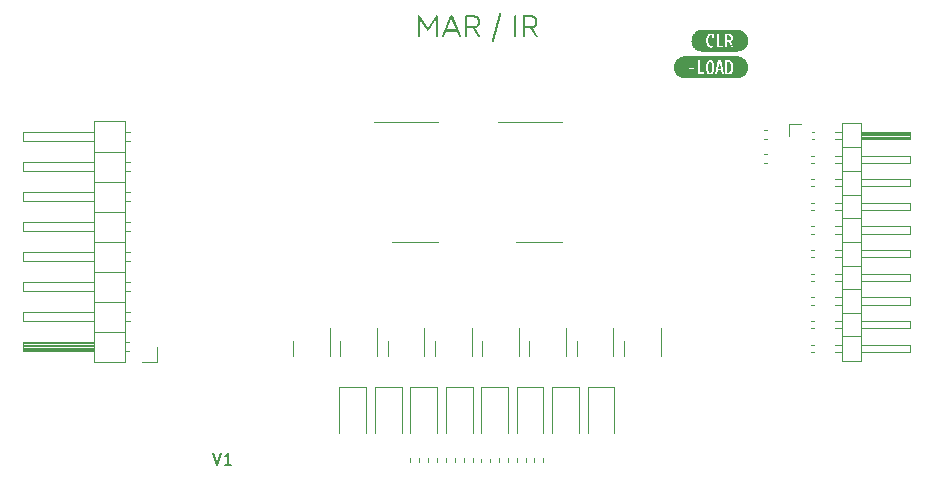
<source format=gbr>
%TF.GenerationSoftware,KiCad,Pcbnew,7.0.7*%
%TF.CreationDate,2024-01-06T16:12:51-06:00*%
%TF.ProjectId,MAR,4d41522e-6b69-4636-9164-5f7063625858,rev?*%
%TF.SameCoordinates,Original*%
%TF.FileFunction,Legend,Top*%
%TF.FilePolarity,Positive*%
%FSLAX46Y46*%
G04 Gerber Fmt 4.6, Leading zero omitted, Abs format (unit mm)*
G04 Created by KiCad (PCBNEW 7.0.7) date 2024-01-06 16:12:51*
%MOMM*%
%LPD*%
G01*
G04 APERTURE LIST*
%ADD10C,0.300000*%
%ADD11C,0.150000*%
%ADD12C,0.120000*%
G04 APERTURE END LIST*
D10*
G36*
X115577529Y-74260000D02*
G01*
X115556807Y-74258618D01*
X115534789Y-74253006D01*
X115517089Y-74243076D01*
X115503706Y-74228829D01*
X115494640Y-74210266D01*
X115489891Y-74187384D01*
X115489114Y-74171584D01*
X115489114Y-72512686D01*
X115490495Y-72492078D01*
X115496107Y-72470182D01*
X115506037Y-72452580D01*
X115523651Y-72437124D01*
X115543078Y-72428966D01*
X115566823Y-72425102D01*
X115577529Y-72424759D01*
X115599769Y-72426768D01*
X115620325Y-72432796D01*
X115639199Y-72442842D01*
X115656389Y-72456907D01*
X115669429Y-72471698D01*
X115676692Y-72481912D01*
X116361549Y-73523363D01*
X116321982Y-73529225D01*
X117009281Y-72481912D01*
X117021541Y-72465447D01*
X117038394Y-72449372D01*
X117057582Y-72437317D01*
X117079106Y-72429280D01*
X117098827Y-72425652D01*
X117115771Y-72424759D01*
X117137583Y-72426905D01*
X117158878Y-72435149D01*
X117174850Y-72449574D01*
X117185497Y-72470182D01*
X117190303Y-72492078D01*
X117191486Y-72512686D01*
X117191486Y-74171584D01*
X117190105Y-74192306D01*
X117184492Y-74214324D01*
X117174563Y-74232024D01*
X117160316Y-74245407D01*
X117141752Y-74254474D01*
X117118871Y-74259222D01*
X117103070Y-74260000D01*
X117082462Y-74258618D01*
X117060566Y-74253006D01*
X117042964Y-74243076D01*
X117027508Y-74225462D01*
X117019350Y-74206035D01*
X117015486Y-74182290D01*
X117015143Y-74171584D01*
X117015143Y-72689030D01*
X117068388Y-72707592D01*
X116441172Y-73652323D01*
X116428526Y-73668929D01*
X116414401Y-73682720D01*
X116395499Y-73695554D01*
X116374467Y-73704336D01*
X116355314Y-73708557D01*
X116334682Y-73709965D01*
X116314767Y-73707938D01*
X116296054Y-73701859D01*
X116278543Y-73691727D01*
X116262234Y-73677541D01*
X116249561Y-73662624D01*
X116242358Y-73652323D01*
X115615143Y-72707592D01*
X115665457Y-72724200D01*
X115665457Y-74171584D01*
X115664083Y-74192306D01*
X115658502Y-74214324D01*
X115648627Y-74232024D01*
X115631110Y-74247566D01*
X115611790Y-74255769D01*
X115588177Y-74259654D01*
X115577529Y-74260000D01*
G37*
G36*
X118371997Y-72426815D02*
G01*
X118393750Y-72433501D01*
X118412584Y-72444790D01*
X118428498Y-72460681D01*
X118439529Y-72477439D01*
X118446894Y-72493147D01*
X119135659Y-74135436D01*
X119142605Y-74154990D01*
X119146092Y-74177416D01*
X119143807Y-74197599D01*
X119135750Y-74215541D01*
X119121921Y-74231240D01*
X119102319Y-74244697D01*
X119087788Y-74251695D01*
X119068256Y-74258000D01*
X119045923Y-74260943D01*
X119025905Y-74258400D01*
X119004936Y-74248108D01*
X118990007Y-74233496D01*
X118977392Y-74213399D01*
X118972994Y-74203824D01*
X118799581Y-73788122D01*
X117896371Y-73788122D01*
X117724424Y-74203824D01*
X117715578Y-74222417D01*
X117702309Y-74240592D01*
X117686584Y-74253138D01*
X117664470Y-74260763D01*
X117643340Y-74260925D01*
X117619753Y-74255458D01*
X117609630Y-74251695D01*
X117591129Y-74242185D01*
X117572982Y-74228279D01*
X117560369Y-74212132D01*
X117553290Y-74193742D01*
X117551744Y-74173110D01*
X117555732Y-74150236D01*
X117560781Y-74135436D01*
X117778998Y-73611779D01*
X117968178Y-73611779D01*
X118725331Y-73611779D01*
X118344801Y-72703196D01*
X117968178Y-73611779D01*
X117778998Y-73611779D01*
X118245150Y-72493147D01*
X118255311Y-72473445D01*
X118267475Y-72457083D01*
X118284717Y-72441856D01*
X118304844Y-72431437D01*
X118323821Y-72426428D01*
X118344801Y-72424759D01*
X118351640Y-72424759D01*
X118371997Y-72426815D01*
G37*
G36*
X120276121Y-72425257D02*
G01*
X120305338Y-72426751D01*
X120333640Y-72429241D01*
X120361026Y-72432727D01*
X120387495Y-72437209D01*
X120413049Y-72442688D01*
X120437687Y-72449162D01*
X120461409Y-72456632D01*
X120484216Y-72465099D01*
X120506106Y-72474561D01*
X120527080Y-72485020D01*
X120547139Y-72496475D01*
X120566281Y-72508925D01*
X120584508Y-72522372D01*
X120601819Y-72536815D01*
X120618213Y-72552254D01*
X120633652Y-72568591D01*
X120648095Y-72585852D01*
X120661542Y-72604037D01*
X120673992Y-72623145D01*
X120685447Y-72643177D01*
X120695905Y-72664132D01*
X120705368Y-72686011D01*
X120713834Y-72708813D01*
X120721305Y-72732539D01*
X120727779Y-72757189D01*
X120733257Y-72782762D01*
X120737740Y-72809258D01*
X120741226Y-72836678D01*
X120743716Y-72865022D01*
X120745210Y-72894289D01*
X120745708Y-72924480D01*
X120745708Y-73008499D01*
X120745323Y-73034895D01*
X120744166Y-73060592D01*
X120742239Y-73085590D01*
X120739541Y-73109890D01*
X120736072Y-73133492D01*
X120731832Y-73156396D01*
X120726821Y-73178601D01*
X120721040Y-73200108D01*
X120714487Y-73220916D01*
X120707164Y-73241026D01*
X120699069Y-73260438D01*
X120690204Y-73279151D01*
X120680568Y-73297166D01*
X120670161Y-73314482D01*
X120658983Y-73331100D01*
X120647034Y-73347020D01*
X120634335Y-73362214D01*
X120620908Y-73376657D01*
X120606751Y-73390348D01*
X120591866Y-73403287D01*
X120576251Y-73415475D01*
X120559908Y-73426910D01*
X120542836Y-73437594D01*
X120525035Y-73447526D01*
X120506505Y-73456706D01*
X120487246Y-73465134D01*
X120467258Y-73472811D01*
X120446541Y-73479735D01*
X120425095Y-73485908D01*
X120402921Y-73491329D01*
X120380017Y-73495998D01*
X120356385Y-73499916D01*
X120754012Y-74143740D01*
X120763042Y-74161867D01*
X120769155Y-74183303D01*
X120769520Y-74203379D01*
X120762370Y-74225676D01*
X120750089Y-74242761D01*
X120732059Y-74258486D01*
X120723238Y-74264396D01*
X120703961Y-74273931D01*
X120683086Y-74279179D01*
X120662783Y-74278797D01*
X120656804Y-74277585D01*
X120638123Y-74270172D01*
X120621160Y-74257702D01*
X120607361Y-74242156D01*
X120603070Y-74236064D01*
X120152198Y-73508220D01*
X119678855Y-73508220D01*
X119678855Y-74171584D01*
X119677481Y-74192306D01*
X119671900Y-74214324D01*
X119662025Y-74232024D01*
X119644509Y-74247566D01*
X119625189Y-74255769D01*
X119601575Y-74259654D01*
X119590928Y-74260000D01*
X119570205Y-74258618D01*
X119548188Y-74253006D01*
X119530487Y-74243076D01*
X119517104Y-74228829D01*
X119508038Y-74210266D01*
X119503289Y-74187384D01*
X119502512Y-74171584D01*
X119502512Y-72601102D01*
X119678855Y-72601102D01*
X119678855Y-73331877D01*
X120245987Y-73331877D01*
X120267105Y-73331579D01*
X120287470Y-73330686D01*
X120307084Y-73329198D01*
X120335095Y-73325849D01*
X120361415Y-73321161D01*
X120386043Y-73315133D01*
X120408979Y-73307765D01*
X120430224Y-73299058D01*
X120449777Y-73289012D01*
X120467639Y-73277626D01*
X120483809Y-73264901D01*
X120493649Y-73255673D01*
X120507181Y-73240469D01*
X120519381Y-73223616D01*
X120530250Y-73205115D01*
X120539788Y-73184965D01*
X120547996Y-73163166D01*
X120554872Y-73139719D01*
X120560418Y-73114623D01*
X120564633Y-73087878D01*
X120567516Y-73059485D01*
X120568699Y-73039640D01*
X120569291Y-73019063D01*
X120569365Y-73008499D01*
X120569365Y-72924480D01*
X120569069Y-72903479D01*
X120568182Y-72883218D01*
X120566703Y-72863697D01*
X120563376Y-72835805D01*
X120558717Y-72809579D01*
X120552728Y-72785018D01*
X120545408Y-72762123D01*
X120536757Y-72740894D01*
X120526775Y-72721331D01*
X120515462Y-72703433D01*
X120502818Y-72687202D01*
X120493649Y-72677306D01*
X120478607Y-72663687D01*
X120461873Y-72651408D01*
X120443448Y-72640469D01*
X120423330Y-72630869D01*
X120401522Y-72622609D01*
X120378021Y-72615688D01*
X120352830Y-72610107D01*
X120325946Y-72605865D01*
X120297371Y-72602963D01*
X120277382Y-72601772D01*
X120256640Y-72601176D01*
X120245987Y-72601102D01*
X119678855Y-72601102D01*
X119502512Y-72601102D01*
X119502512Y-72512686D01*
X119503894Y-72492078D01*
X119509506Y-72470182D01*
X119519435Y-72452580D01*
X119537049Y-72437124D01*
X119556477Y-72428966D01*
X119580221Y-72425102D01*
X119590928Y-72424759D01*
X120245987Y-72424759D01*
X120276121Y-72425257D01*
G37*
G36*
X121889253Y-74659092D02*
G01*
X121868503Y-74657550D01*
X121847880Y-74652008D01*
X121830554Y-74642437D01*
X121816525Y-74628836D01*
X121815003Y-74626852D01*
X121805325Y-74609694D01*
X121800227Y-74590460D01*
X121799708Y-74569150D01*
X121803010Y-74548800D01*
X121803768Y-74545764D01*
X122377739Y-72313872D01*
X122384978Y-72294171D01*
X122396656Y-72274937D01*
X122411596Y-72260511D01*
X122429800Y-72250894D01*
X122451267Y-72246086D01*
X122463224Y-72245484D01*
X122485069Y-72246957D01*
X122506486Y-72252246D01*
X122524118Y-72261383D01*
X122539428Y-72276259D01*
X122549444Y-72295231D01*
X122553482Y-72314885D01*
X122552940Y-72337165D01*
X122548709Y-72358813D01*
X121974738Y-74590216D01*
X121968143Y-74610058D01*
X121956923Y-74629430D01*
X121942097Y-74643958D01*
X121923664Y-74653644D01*
X121901625Y-74658487D01*
X121889253Y-74659092D01*
G37*
G36*
X123735241Y-74260000D02*
G01*
X123715396Y-74258565D01*
X123695844Y-74253520D01*
X123677564Y-74243655D01*
X123669783Y-74237041D01*
X123657676Y-74220573D01*
X123650053Y-74200481D01*
X123647026Y-74179297D01*
X123646825Y-74171584D01*
X123646825Y-72512686D01*
X123648260Y-72492292D01*
X123653304Y-72472560D01*
X123663169Y-72454623D01*
X123669783Y-72447229D01*
X123686251Y-72435379D01*
X123706344Y-72427919D01*
X123727527Y-72424956D01*
X123735241Y-72424759D01*
X123755452Y-72426163D01*
X123775124Y-72431100D01*
X123793175Y-72440756D01*
X123800698Y-72447229D01*
X123812547Y-72463067D01*
X123820008Y-72483102D01*
X123822970Y-72504723D01*
X123823168Y-72512686D01*
X123823168Y-74171584D01*
X123821764Y-74191428D01*
X123816826Y-74210980D01*
X123807171Y-74229260D01*
X123800698Y-74237041D01*
X123784650Y-74249148D01*
X123764595Y-74256771D01*
X123743120Y-74259798D01*
X123735241Y-74260000D01*
G37*
G36*
X125139484Y-72425257D02*
G01*
X125168702Y-72426751D01*
X125197003Y-72429241D01*
X125224389Y-72432727D01*
X125250859Y-72437209D01*
X125276413Y-72442688D01*
X125301051Y-72449162D01*
X125324773Y-72456632D01*
X125347579Y-72465099D01*
X125369469Y-72474561D01*
X125390444Y-72485020D01*
X125410502Y-72496475D01*
X125429645Y-72508925D01*
X125447871Y-72522372D01*
X125465182Y-72536815D01*
X125481577Y-72552254D01*
X125497016Y-72568591D01*
X125511458Y-72585852D01*
X125524905Y-72604037D01*
X125537356Y-72623145D01*
X125548810Y-72643177D01*
X125559269Y-72664132D01*
X125568732Y-72686011D01*
X125577198Y-72708813D01*
X125584668Y-72732539D01*
X125591143Y-72757189D01*
X125596621Y-72782762D01*
X125601103Y-72809258D01*
X125604589Y-72836678D01*
X125607080Y-72865022D01*
X125608574Y-72894289D01*
X125609072Y-72924480D01*
X125609072Y-73008499D01*
X125608686Y-73034895D01*
X125607530Y-73060592D01*
X125605603Y-73085590D01*
X125602905Y-73109890D01*
X125599436Y-73133492D01*
X125595196Y-73156396D01*
X125590185Y-73178601D01*
X125584403Y-73200108D01*
X125577851Y-73220916D01*
X125570527Y-73241026D01*
X125562433Y-73260438D01*
X125553567Y-73279151D01*
X125543931Y-73297166D01*
X125533524Y-73314482D01*
X125522346Y-73331100D01*
X125510398Y-73347020D01*
X125497699Y-73362214D01*
X125484271Y-73376657D01*
X125470115Y-73390348D01*
X125455229Y-73403287D01*
X125439615Y-73415475D01*
X125423272Y-73426910D01*
X125406199Y-73437594D01*
X125388398Y-73447526D01*
X125369868Y-73456706D01*
X125350609Y-73465134D01*
X125330621Y-73472811D01*
X125309905Y-73479735D01*
X125288459Y-73485908D01*
X125266284Y-73491329D01*
X125243381Y-73495998D01*
X125219749Y-73499916D01*
X125617376Y-74143740D01*
X125626405Y-74161867D01*
X125632519Y-74183303D01*
X125632883Y-74203379D01*
X125625734Y-74225676D01*
X125613452Y-74242761D01*
X125595423Y-74258486D01*
X125586601Y-74264396D01*
X125567324Y-74273931D01*
X125546449Y-74279179D01*
X125526146Y-74278797D01*
X125520167Y-74277585D01*
X125501487Y-74270172D01*
X125484523Y-74257702D01*
X125470724Y-74242156D01*
X125466434Y-74236064D01*
X125015562Y-73508220D01*
X124542219Y-73508220D01*
X124542219Y-74171584D01*
X124540845Y-74192306D01*
X124535264Y-74214324D01*
X124525389Y-74232024D01*
X124507872Y-74247566D01*
X124488552Y-74255769D01*
X124464939Y-74259654D01*
X124454291Y-74260000D01*
X124433569Y-74258618D01*
X124411551Y-74253006D01*
X124393851Y-74243076D01*
X124380468Y-74228829D01*
X124371402Y-74210266D01*
X124366653Y-74187384D01*
X124365876Y-74171584D01*
X124365876Y-72601102D01*
X124542219Y-72601102D01*
X124542219Y-73331877D01*
X125109351Y-73331877D01*
X125130468Y-73331579D01*
X125150834Y-73330686D01*
X125170448Y-73329198D01*
X125198459Y-73325849D01*
X125224778Y-73321161D01*
X125249406Y-73315133D01*
X125272343Y-73307765D01*
X125293588Y-73299058D01*
X125313141Y-73289012D01*
X125331003Y-73277626D01*
X125347173Y-73264901D01*
X125357013Y-73255673D01*
X125370544Y-73240469D01*
X125382744Y-73223616D01*
X125393614Y-73205115D01*
X125403152Y-73184965D01*
X125411359Y-73163166D01*
X125418236Y-73139719D01*
X125423782Y-73114623D01*
X125427996Y-73087878D01*
X125430880Y-73059485D01*
X125432063Y-73039640D01*
X125432654Y-73019063D01*
X125432728Y-73008499D01*
X125432728Y-72924480D01*
X125432433Y-72903479D01*
X125431545Y-72883218D01*
X125430066Y-72863697D01*
X125426739Y-72835805D01*
X125422081Y-72809579D01*
X125416092Y-72785018D01*
X125408772Y-72762123D01*
X125400120Y-72740894D01*
X125390138Y-72721331D01*
X125378826Y-72703433D01*
X125366182Y-72687202D01*
X125357013Y-72677306D01*
X125341971Y-72663687D01*
X125325237Y-72651408D01*
X125306811Y-72640469D01*
X125286694Y-72630869D01*
X125264885Y-72622609D01*
X125241385Y-72615688D01*
X125216193Y-72610107D01*
X125189310Y-72605865D01*
X125160735Y-72602963D01*
X125140745Y-72601772D01*
X125120004Y-72601176D01*
X125109351Y-72601102D01*
X124542219Y-72601102D01*
X124365876Y-72601102D01*
X124365876Y-72512686D01*
X124367257Y-72492078D01*
X124372869Y-72470182D01*
X124382799Y-72452580D01*
X124400413Y-72437124D01*
X124419840Y-72428966D01*
X124443585Y-72425102D01*
X124454291Y-72424759D01*
X125109351Y-72424759D01*
X125139484Y-72425257D01*
G37*
D11*
X98193922Y-109469819D02*
X98527255Y-110469819D01*
X98527255Y-110469819D02*
X98860588Y-109469819D01*
X99717731Y-110469819D02*
X99146303Y-110469819D01*
X99432017Y-110469819D02*
X99432017Y-109469819D01*
X99432017Y-109469819D02*
X99336779Y-109612676D01*
X99336779Y-109612676D02*
X99241541Y-109707914D01*
X99241541Y-109707914D02*
X99146303Y-109755533D01*
D12*
%TO.C,Q3*%
X128060000Y-100600000D02*
X128060000Y-98925000D01*
X128060000Y-100600000D02*
X128060000Y-101250000D01*
X124940000Y-100600000D02*
X124940000Y-99950000D01*
X124940000Y-100600000D02*
X124940000Y-101250000D01*
%TO.C,D4*%
X123135000Y-103915000D02*
X120865000Y-103915000D01*
X120865000Y-103915000D02*
X120865000Y-107800000D01*
X123135000Y-107800000D02*
X123135000Y-103915000D01*
%TO.C,Q6*%
X116060000Y-100600000D02*
X116060000Y-98925000D01*
X116060000Y-100600000D02*
X116060000Y-101250000D01*
X112940000Y-100600000D02*
X112940000Y-99950000D01*
X112940000Y-100600000D02*
X112940000Y-101250000D01*
%TO.C,D5*%
X120135000Y-103915000D02*
X117865000Y-103915000D01*
X117865000Y-103915000D02*
X117865000Y-107800000D01*
X120135000Y-107800000D02*
X120135000Y-103915000D01*
%TO.C,kibuzzard-6571E777*%
G36*
X141887084Y-74110602D02*
G01*
X141947012Y-74148106D01*
X141982731Y-74212598D01*
X141994637Y-74306062D01*
X141981937Y-74403694D01*
X141943837Y-74467987D01*
X141875575Y-74503706D01*
X141772387Y-74515613D01*
X141710475Y-74515613D01*
X141710475Y-74110800D01*
X141802550Y-74098100D01*
X141887084Y-74110602D01*
G37*
G36*
X142620922Y-73633717D02*
G01*
X142710816Y-73647052D01*
X142798970Y-73669133D01*
X142884535Y-73699749D01*
X142966687Y-73738604D01*
X143044635Y-73785324D01*
X143117629Y-73839460D01*
X143184965Y-73900490D01*
X143245994Y-73967825D01*
X143300130Y-74040819D01*
X143346850Y-74118767D01*
X143385705Y-74200919D01*
X143416321Y-74286484D01*
X143438402Y-74374638D01*
X143451737Y-74464532D01*
X143456196Y-74555300D01*
X143451737Y-74646068D01*
X143438402Y-74735962D01*
X143416321Y-74824116D01*
X143385705Y-74909681D01*
X143346850Y-74991833D01*
X143300130Y-75069781D01*
X143245994Y-75142775D01*
X143184965Y-75210110D01*
X143117629Y-75271140D01*
X143044635Y-75325276D01*
X142966687Y-75371996D01*
X142884535Y-75410851D01*
X142798970Y-75441467D01*
X142710816Y-75463548D01*
X142620922Y-75476883D01*
X142530154Y-75481342D01*
X142199425Y-75481342D01*
X141346937Y-75481342D01*
X140327762Y-75481342D01*
X139926125Y-75481342D01*
X139595396Y-75481342D01*
X139504628Y-75476883D01*
X139414734Y-75463548D01*
X139326580Y-75441467D01*
X139241015Y-75410851D01*
X139158863Y-75371996D01*
X139080915Y-75325276D01*
X139007921Y-75271140D01*
X138940585Y-75210110D01*
X138879556Y-75142775D01*
X138825420Y-75069781D01*
X138778700Y-74991833D01*
X138739845Y-74909681D01*
X138709229Y-74824116D01*
X138687148Y-74735962D01*
X138673813Y-74646068D01*
X138669354Y-74555300D01*
X138670134Y-74539425D01*
X139926125Y-74539425D01*
X139932401Y-74682672D01*
X139951227Y-74806820D01*
X139982605Y-74911867D01*
X140026534Y-74997816D01*
X140083015Y-75064664D01*
X140152046Y-75112413D01*
X140233629Y-75141063D01*
X140327762Y-75150612D01*
X140433728Y-75140691D01*
X140529375Y-75110925D01*
X140529375Y-74964875D01*
X140438887Y-75001784D01*
X140354750Y-75014087D01*
X140277139Y-75000902D01*
X140213639Y-74961347D01*
X140164250Y-74895422D01*
X140128972Y-74803126D01*
X140107806Y-74684461D01*
X140100750Y-74539425D01*
X140107144Y-74405061D01*
X140126326Y-74295126D01*
X140158297Y-74209622D01*
X140203056Y-74148547D01*
X140260602Y-74111902D01*
X140330937Y-74099687D01*
X140367450Y-74106037D01*
X140367450Y-74353687D01*
X140537312Y-74353687D01*
X140537312Y-73994913D01*
X140463711Y-73975863D01*
X140799250Y-73975863D01*
X140799250Y-75134737D01*
X141346937Y-75134737D01*
X141532675Y-75134737D01*
X141710475Y-75134737D01*
X141710475Y-74653725D01*
X141772387Y-74653725D01*
X141868431Y-74684681D01*
X141898792Y-74729330D01*
X141924787Y-74801363D01*
X142016862Y-75134737D01*
X142199425Y-75134737D01*
X142101000Y-74810887D01*
X142050200Y-74686269D01*
X141989875Y-74607687D01*
X141989875Y-74604512D01*
X142067662Y-74559070D01*
X142123225Y-74494181D01*
X142156562Y-74409845D01*
X142167675Y-74306062D01*
X142157885Y-74197142D01*
X142128517Y-74109565D01*
X142079569Y-74043331D01*
X142009631Y-73997029D01*
X141917291Y-73969248D01*
X141802550Y-73959987D01*
X141711181Y-73963515D01*
X141621222Y-73974099D01*
X141532675Y-73991737D01*
X141532675Y-75134737D01*
X141346937Y-75134737D01*
X141346937Y-74996625D01*
X140977050Y-74996625D01*
X140977050Y-73975863D01*
X140799250Y-73975863D01*
X140463711Y-73975863D01*
X140436109Y-73968719D01*
X140323000Y-73959987D01*
X140229982Y-73969041D01*
X140149367Y-73996202D01*
X140081154Y-74041471D01*
X140025344Y-74104847D01*
X139981936Y-74186330D01*
X139950930Y-74285921D01*
X139932326Y-74403619D01*
X139926125Y-74539425D01*
X138670134Y-74539425D01*
X138673813Y-74464532D01*
X138687148Y-74374638D01*
X138709229Y-74286484D01*
X138739845Y-74200919D01*
X138778700Y-74118767D01*
X138825420Y-74040819D01*
X138879556Y-73967825D01*
X138940585Y-73900490D01*
X139007921Y-73839460D01*
X139080915Y-73785324D01*
X139158863Y-73738604D01*
X139241015Y-73699749D01*
X139326580Y-73669133D01*
X139414734Y-73647052D01*
X139504628Y-73633717D01*
X139595396Y-73629258D01*
X139926125Y-73629258D01*
X142199425Y-73629258D01*
X142530154Y-73629258D01*
X142620922Y-73633717D01*
G37*
%TO.C,kibuzzard-6571E781*%
G36*
X141158025Y-76945000D02*
G01*
X140940537Y-76945000D01*
X141048487Y-76400487D01*
X141050075Y-76400487D01*
X141158025Y-76945000D01*
G37*
G36*
X141891847Y-76372706D02*
G01*
X141967650Y-76446525D01*
X142000282Y-76528369D01*
X142019861Y-76642669D01*
X142026387Y-76789425D01*
X142019949Y-76951526D01*
X142000635Y-77075881D01*
X141968444Y-77162488D01*
X141892839Y-77238688D01*
X141781912Y-77264087D01*
X141710475Y-77249800D01*
X141710475Y-76362387D01*
X141781912Y-76348100D01*
X141891847Y-76372706D01*
G37*
G36*
X140341653Y-76372508D02*
G01*
X140397612Y-76445731D01*
X140421425Y-76529075D01*
X140435712Y-76648931D01*
X140440475Y-76805300D01*
X140435712Y-76961669D01*
X140421425Y-77081525D01*
X140397612Y-77164869D01*
X140341653Y-77238092D01*
X140259500Y-77262500D01*
X140177347Y-77238092D01*
X140121387Y-77164869D01*
X140097575Y-77081525D01*
X140083287Y-76961669D01*
X140078525Y-76805300D01*
X140083287Y-76648931D01*
X140097575Y-76529075D01*
X140121387Y-76445731D01*
X140177347Y-76372508D01*
X140259500Y-76348100D01*
X140341653Y-76372508D01*
G37*
G36*
X142620922Y-75883717D02*
G01*
X142710816Y-75897052D01*
X142798970Y-75919133D01*
X142884535Y-75949749D01*
X142966687Y-75988604D01*
X143044635Y-76035324D01*
X143117629Y-76089460D01*
X143184965Y-76150490D01*
X143245994Y-76217825D01*
X143300130Y-76290819D01*
X143346850Y-76368767D01*
X143385705Y-76450919D01*
X143416321Y-76536484D01*
X143438402Y-76624638D01*
X143451737Y-76714532D01*
X143456196Y-76805300D01*
X143451737Y-76896068D01*
X143438402Y-76985962D01*
X143416321Y-77074116D01*
X143385705Y-77159681D01*
X143346850Y-77241833D01*
X143300130Y-77319781D01*
X143245994Y-77392775D01*
X143184965Y-77460110D01*
X143117629Y-77521140D01*
X143044635Y-77575276D01*
X142966687Y-77621996D01*
X142884535Y-77660851D01*
X142798970Y-77691467D01*
X142710816Y-77713548D01*
X142620922Y-77726883D01*
X142530154Y-77731342D01*
X142199425Y-77731342D01*
X141781912Y-77731342D01*
X140675425Y-77731342D01*
X140259500Y-77731342D01*
X139767375Y-77731342D01*
X138433875Y-77731342D01*
X138103146Y-77731342D01*
X138012378Y-77726883D01*
X137922484Y-77713548D01*
X137834330Y-77691467D01*
X137748765Y-77660851D01*
X137666613Y-77621996D01*
X137588665Y-77575276D01*
X137515671Y-77521140D01*
X137448335Y-77460110D01*
X137387306Y-77392775D01*
X137333170Y-77319781D01*
X137286450Y-77241833D01*
X137247595Y-77159681D01*
X137216979Y-77074116D01*
X137194898Y-76985962D01*
X137181563Y-76896068D01*
X137179288Y-76849750D01*
X138433875Y-76849750D01*
X138433875Y-76981513D01*
X138910125Y-76981513D01*
X138910125Y-76849750D01*
X138433875Y-76849750D01*
X137179288Y-76849750D01*
X137177104Y-76805300D01*
X137181563Y-76714532D01*
X137194898Y-76624638D01*
X137216979Y-76536484D01*
X137247595Y-76450919D01*
X137286450Y-76368767D01*
X137333170Y-76290819D01*
X137381345Y-76225863D01*
X139219687Y-76225863D01*
X139219687Y-77384737D01*
X139767375Y-77384737D01*
X139767375Y-77246625D01*
X139397487Y-77246625D01*
X139397487Y-76805300D01*
X139910250Y-76805300D01*
X139914572Y-76944294D01*
X139927536Y-77062828D01*
X139949144Y-77160900D01*
X139996967Y-77273216D01*
X140062650Y-77346637D01*
X140149169Y-77387119D01*
X140259500Y-77400612D01*
X140369831Y-77387119D01*
X140374922Y-77384737D01*
X140675425Y-77384737D01*
X140853225Y-77384737D01*
X140913550Y-77079938D01*
X141185012Y-77079938D01*
X141245337Y-77384737D01*
X141429487Y-77384737D01*
X141425725Y-77368863D01*
X141532675Y-77368863D01*
X141652134Y-77392675D01*
X141781912Y-77400612D01*
X141913675Y-77386920D01*
X142016862Y-77345844D01*
X142095245Y-77271033D01*
X142152594Y-77156138D01*
X142178611Y-77055419D01*
X142194222Y-76933182D01*
X142199425Y-76789425D01*
X142193323Y-76641043D01*
X142175017Y-76516573D01*
X142144507Y-76416015D01*
X142101794Y-76339369D01*
X142022860Y-76267490D01*
X141916233Y-76224363D01*
X141781912Y-76209987D01*
X141656897Y-76217925D01*
X141532675Y-76241737D01*
X141532675Y-77368863D01*
X141425725Y-77368863D01*
X141154850Y-76225863D01*
X140948475Y-76225863D01*
X140675425Y-77384737D01*
X140374922Y-77384737D01*
X140456350Y-77346637D01*
X140522033Y-77273216D01*
X140569856Y-77160900D01*
X140591464Y-77062828D01*
X140604428Y-76944294D01*
X140608750Y-76805300D01*
X140604428Y-76666306D01*
X140591464Y-76547772D01*
X140569856Y-76449700D01*
X140522033Y-76337384D01*
X140456350Y-76263963D01*
X140369831Y-76223481D01*
X140259500Y-76209987D01*
X140149169Y-76223481D01*
X140062650Y-76263963D01*
X139996967Y-76337384D01*
X139949144Y-76449700D01*
X139927536Y-76547772D01*
X139914572Y-76666306D01*
X139910250Y-76805300D01*
X139397487Y-76805300D01*
X139397487Y-76225863D01*
X139219687Y-76225863D01*
X137381345Y-76225863D01*
X137387306Y-76217825D01*
X137448335Y-76150490D01*
X137515671Y-76089460D01*
X137588665Y-76035324D01*
X137666613Y-75988604D01*
X137748765Y-75949749D01*
X137834330Y-75919133D01*
X137922484Y-75897052D01*
X138012378Y-75883717D01*
X138103146Y-75879258D01*
X138433875Y-75879258D01*
X142199425Y-75879258D01*
X142530154Y-75879258D01*
X142620922Y-75883717D01*
G37*
%TO.C,R3*%
X123130000Y-109936359D02*
X123130000Y-110243641D01*
X122370000Y-109936359D02*
X122370000Y-110243641D01*
%TO.C,D8*%
X111135000Y-103915000D02*
X108865000Y-103915000D01*
X108865000Y-103915000D02*
X108865000Y-107800000D01*
X111135000Y-107800000D02*
X111135000Y-103915000D01*
%TO.C,Q2*%
X132060000Y-100600000D02*
X132060000Y-98925000D01*
X132060000Y-100600000D02*
X132060000Y-101250000D01*
X128940000Y-100600000D02*
X128940000Y-99950000D01*
X128940000Y-100600000D02*
X128940000Y-101250000D01*
%TO.C,D7*%
X114135000Y-103915000D02*
X111865000Y-103915000D01*
X111865000Y-103915000D02*
X111865000Y-107800000D01*
X114135000Y-107800000D02*
X114135000Y-103915000D01*
%TO.C,Q1*%
X136060000Y-100600000D02*
X136060000Y-98925000D01*
X136060000Y-100600000D02*
X136060000Y-101250000D01*
X132940000Y-100600000D02*
X132940000Y-99950000D01*
X132940000Y-100600000D02*
X132940000Y-101250000D01*
%TO.C,R10*%
X144783259Y-82120000D02*
X145090541Y-82120000D01*
X144783259Y-82880000D02*
X145090541Y-82880000D01*
%TO.C,U2*%
X125725000Y-81467500D02*
X122275000Y-81467500D01*
X125725000Y-81467500D02*
X127675000Y-81467500D01*
X125725000Y-91587500D02*
X123775000Y-91587500D01*
X125725000Y-91587500D02*
X127675000Y-91587500D01*
%TO.C,R9*%
X145090541Y-84880000D02*
X144783259Y-84880000D01*
X145090541Y-84120000D02*
X144783259Y-84120000D01*
%TO.C,Q5*%
X120060000Y-100600000D02*
X120060000Y-98925000D01*
X120060000Y-100600000D02*
X120060000Y-101250000D01*
X116940000Y-100600000D02*
X116940000Y-99950000D01*
X116940000Y-100600000D02*
X116940000Y-101250000D01*
%TO.C,D2*%
X129135000Y-103915000D02*
X126865000Y-103915000D01*
X126865000Y-103915000D02*
X126865000Y-107800000D01*
X129135000Y-107800000D02*
X129135000Y-103915000D01*
%TO.C,Q7*%
X112060000Y-100600000D02*
X112060000Y-98925000D01*
X112060000Y-100600000D02*
X112060000Y-101250000D01*
X108940000Y-100600000D02*
X108940000Y-99950000D01*
X108940000Y-100600000D02*
X108940000Y-101250000D01*
%TO.C,U1*%
X115275000Y-81467500D02*
X111825000Y-81467500D01*
X115275000Y-81467500D02*
X117225000Y-81467500D01*
X115275000Y-91587500D02*
X113325000Y-91587500D01*
X115275000Y-91587500D02*
X117225000Y-91587500D01*
%TO.C,Q8*%
X108060000Y-100600000D02*
X108060000Y-98925000D01*
X108060000Y-100600000D02*
X108060000Y-101250000D01*
X104940000Y-100600000D02*
X104940000Y-99950000D01*
X104940000Y-100600000D02*
X104940000Y-101250000D01*
%TO.C,D3*%
X126135000Y-103915000D02*
X123865000Y-103915000D01*
X123865000Y-103915000D02*
X123865000Y-107800000D01*
X126135000Y-107800000D02*
X126135000Y-103915000D01*
%TO.C,R4*%
X121630000Y-109946359D02*
X121630000Y-110253641D01*
X120870000Y-109946359D02*
X120870000Y-110253641D01*
%TO.C,Q4*%
X124060000Y-100600000D02*
X124060000Y-98925000D01*
X124060000Y-100600000D02*
X124060000Y-101250000D01*
X120940000Y-100600000D02*
X120940000Y-99950000D01*
X120940000Y-100600000D02*
X120940000Y-101250000D01*
%TO.C,R5*%
X120130000Y-109936359D02*
X120130000Y-110243641D01*
X119370000Y-109936359D02*
X119370000Y-110243641D01*
%TO.C,R8*%
X115630000Y-109936359D02*
X115630000Y-110243641D01*
X114870000Y-109936359D02*
X114870000Y-110243641D01*
%TO.C,R1*%
X126130000Y-109936359D02*
X126130000Y-110243641D01*
X125370000Y-109936359D02*
X125370000Y-110243641D01*
%TO.C,J2*%
X93435300Y-101745000D02*
X92165300Y-101745000D01*
X93435300Y-100475000D02*
X93435300Y-101745000D01*
X91122371Y-98315000D02*
X90725300Y-98315000D01*
X91122371Y-97555000D02*
X90725300Y-97555000D01*
X91122371Y-95775000D02*
X90725300Y-95775000D01*
X91122371Y-95015000D02*
X90725300Y-95015000D01*
X91122371Y-93235000D02*
X90725300Y-93235000D01*
X91122371Y-92475000D02*
X90725300Y-92475000D01*
X91122371Y-90695000D02*
X90725300Y-90695000D01*
X91122371Y-89935000D02*
X90725300Y-89935000D01*
X91122371Y-88155000D02*
X90725300Y-88155000D01*
X91122371Y-87395000D02*
X90725300Y-87395000D01*
X91122371Y-85615000D02*
X90725300Y-85615000D01*
X91122371Y-84855000D02*
X90725300Y-84855000D01*
X91122371Y-83075000D02*
X90725300Y-83075000D01*
X91122371Y-82315000D02*
X90725300Y-82315000D01*
X91055300Y-100855000D02*
X90725300Y-100855000D01*
X91055300Y-100095000D02*
X90725300Y-100095000D01*
X90725300Y-101805000D02*
X90725300Y-81365000D01*
X90725300Y-99205000D02*
X88065300Y-99205000D01*
X90725300Y-96665000D02*
X88065300Y-96665000D01*
X90725300Y-94125000D02*
X88065300Y-94125000D01*
X90725300Y-91585000D02*
X88065300Y-91585000D01*
X90725300Y-89045000D02*
X88065300Y-89045000D01*
X90725300Y-86505000D02*
X88065300Y-86505000D01*
X90725300Y-83965000D02*
X88065300Y-83965000D01*
X90725300Y-81365000D02*
X88065300Y-81365000D01*
X88065300Y-101805000D02*
X90725300Y-101805000D01*
X88065300Y-100855000D02*
X82065300Y-100855000D01*
X88065300Y-100795000D02*
X82065300Y-100795000D01*
X88065300Y-100675000D02*
X82065300Y-100675000D01*
X88065300Y-100555000D02*
X82065300Y-100555000D01*
X88065300Y-100435000D02*
X82065300Y-100435000D01*
X88065300Y-100315000D02*
X82065300Y-100315000D01*
X88065300Y-100195000D02*
X82065300Y-100195000D01*
X88065300Y-98315000D02*
X82065300Y-98315000D01*
X88065300Y-95775000D02*
X82065300Y-95775000D01*
X88065300Y-93235000D02*
X82065300Y-93235000D01*
X88065300Y-90695000D02*
X82065300Y-90695000D01*
X88065300Y-88155000D02*
X82065300Y-88155000D01*
X88065300Y-85615000D02*
X82065300Y-85615000D01*
X88065300Y-83075000D02*
X82065300Y-83075000D01*
X88065300Y-81365000D02*
X88065300Y-101805000D01*
X82065300Y-100855000D02*
X82065300Y-100095000D01*
X82065300Y-100095000D02*
X88065300Y-100095000D01*
X82065300Y-98315000D02*
X82065300Y-97555000D01*
X82065300Y-97555000D02*
X88065300Y-97555000D01*
X82065300Y-95775000D02*
X82065300Y-95015000D01*
X82065300Y-95015000D02*
X88065300Y-95015000D01*
X82065300Y-93235000D02*
X82065300Y-92475000D01*
X82065300Y-92475000D02*
X88065300Y-92475000D01*
X82065300Y-90695000D02*
X82065300Y-89935000D01*
X82065300Y-89935000D02*
X88065300Y-89935000D01*
X82065300Y-88155000D02*
X82065300Y-87395000D01*
X82065300Y-87395000D02*
X88065300Y-87395000D01*
X82065300Y-85615000D02*
X82065300Y-84855000D01*
X82065300Y-84855000D02*
X88065300Y-84855000D01*
X82065300Y-83075000D02*
X82065300Y-82315000D01*
X82065300Y-82315000D02*
X88065300Y-82315000D01*
%TO.C,J1*%
X146946900Y-81600000D02*
X147946900Y-81600000D01*
X146946900Y-82600000D02*
X146946900Y-81600000D01*
X148829014Y-84290000D02*
X149064786Y-84290000D01*
X148829014Y-84910000D02*
X149064786Y-84910000D01*
X148829014Y-86290000D02*
X149064786Y-86290000D01*
X148829014Y-86910000D02*
X149064786Y-86910000D01*
X148829014Y-88290000D02*
X149064786Y-88290000D01*
X148829014Y-88910000D02*
X149064786Y-88910000D01*
X148829014Y-90290000D02*
X149064786Y-90290000D01*
X148829014Y-90910000D02*
X149064786Y-90910000D01*
X148829014Y-92290000D02*
X149064786Y-92290000D01*
X148829014Y-92910000D02*
X149064786Y-92910000D01*
X148829014Y-94290000D02*
X149064786Y-94290000D01*
X148829014Y-94910000D02*
X149064786Y-94910000D01*
X148829014Y-96290000D02*
X149064786Y-96290000D01*
X148829014Y-96910000D02*
X149064786Y-96910000D01*
X148829014Y-98290000D02*
X149064786Y-98290000D01*
X148829014Y-98910000D02*
X149064786Y-98910000D01*
X148829014Y-100290000D02*
X149064786Y-100290000D01*
X148829014Y-100910000D02*
X149064786Y-100910000D01*
X148881900Y-82290000D02*
X149064786Y-82290000D01*
X148881900Y-82910000D02*
X149064786Y-82910000D01*
X150829014Y-82290000D02*
X151386900Y-82290000D01*
X150829014Y-82910000D02*
X151386900Y-82910000D01*
X150829014Y-84290000D02*
X151386900Y-84290000D01*
X150829014Y-84910000D02*
X151386900Y-84910000D01*
X150829014Y-86290000D02*
X151386900Y-86290000D01*
X150829014Y-86910000D02*
X151386900Y-86910000D01*
X150829014Y-88290000D02*
X151386900Y-88290000D01*
X150829014Y-88910000D02*
X151386900Y-88910000D01*
X150829014Y-90290000D02*
X151386900Y-90290000D01*
X150829014Y-90910000D02*
X151386900Y-90910000D01*
X150829014Y-92290000D02*
X151386900Y-92290000D01*
X150829014Y-92910000D02*
X151386900Y-92910000D01*
X150829014Y-94290000D02*
X151386900Y-94290000D01*
X150829014Y-94910000D02*
X151386900Y-94910000D01*
X150829014Y-96290000D02*
X151386900Y-96290000D01*
X150829014Y-96910000D02*
X151386900Y-96910000D01*
X150829014Y-98290000D02*
X151386900Y-98290000D01*
X150829014Y-98910000D02*
X151386900Y-98910000D01*
X150829014Y-100290000D02*
X151386900Y-100290000D01*
X150829014Y-100910000D02*
X151386900Y-100910000D01*
X151386900Y-81540000D02*
X151386900Y-101660000D01*
X151386900Y-83600000D02*
X153006900Y-83600000D01*
X151386900Y-85600000D02*
X153006900Y-85600000D01*
X151386900Y-87600000D02*
X153006900Y-87600000D01*
X151386900Y-89600000D02*
X153006900Y-89600000D01*
X151386900Y-91600000D02*
X153006900Y-91600000D01*
X151386900Y-93600000D02*
X153006900Y-93600000D01*
X151386900Y-95600000D02*
X153006900Y-95600000D01*
X151386900Y-97600000D02*
X153006900Y-97600000D01*
X151386900Y-99600000D02*
X153006900Y-99600000D01*
X151386900Y-101660000D02*
X153006900Y-101660000D01*
X153006900Y-81540000D02*
X151386900Y-81540000D01*
X153006900Y-82290000D02*
X157206900Y-82290000D01*
X153006900Y-82350000D02*
X157206900Y-82350000D01*
X153006900Y-82470000D02*
X157206900Y-82470000D01*
X153006900Y-82590000D02*
X157206900Y-82590000D01*
X153006900Y-82710000D02*
X157206900Y-82710000D01*
X153006900Y-82830000D02*
X157206900Y-82830000D01*
X153006900Y-84290000D02*
X157206900Y-84290000D01*
X153006900Y-86290000D02*
X157206900Y-86290000D01*
X153006900Y-88290000D02*
X157206900Y-88290000D01*
X153006900Y-90290000D02*
X157206900Y-90290000D01*
X153006900Y-92290000D02*
X157206900Y-92290000D01*
X153006900Y-94290000D02*
X157206900Y-94290000D01*
X153006900Y-96290000D02*
X157206900Y-96290000D01*
X153006900Y-98290000D02*
X157206900Y-98290000D01*
X153006900Y-100290000D02*
X157206900Y-100290000D01*
X153006900Y-101660000D02*
X153006900Y-81540000D01*
X157206900Y-82290000D02*
X157206900Y-82910000D01*
X157206900Y-82910000D02*
X153006900Y-82910000D01*
X157206900Y-84290000D02*
X157206900Y-84910000D01*
X157206900Y-84910000D02*
X153006900Y-84910000D01*
X157206900Y-86290000D02*
X157206900Y-86910000D01*
X157206900Y-86910000D02*
X153006900Y-86910000D01*
X157206900Y-88290000D02*
X157206900Y-88910000D01*
X157206900Y-88910000D02*
X153006900Y-88910000D01*
X157206900Y-90290000D02*
X157206900Y-90910000D01*
X157206900Y-90910000D02*
X153006900Y-90910000D01*
X157206900Y-92290000D02*
X157206900Y-92910000D01*
X157206900Y-92910000D02*
X153006900Y-92910000D01*
X157206900Y-94290000D02*
X157206900Y-94910000D01*
X157206900Y-94910000D02*
X153006900Y-94910000D01*
X157206900Y-96290000D02*
X157206900Y-96910000D01*
X157206900Y-96910000D02*
X153006900Y-96910000D01*
X157206900Y-98290000D02*
X157206900Y-98910000D01*
X157206900Y-98910000D02*
X153006900Y-98910000D01*
X157206900Y-100290000D02*
X157206900Y-100910000D01*
X157206900Y-100910000D02*
X153006900Y-100910000D01*
%TO.C,D6*%
X117135000Y-103915000D02*
X114865000Y-103915000D01*
X114865000Y-103915000D02*
X114865000Y-107800000D01*
X117135000Y-107800000D02*
X117135000Y-103915000D01*
%TO.C,D1*%
X132135000Y-103915000D02*
X129865000Y-103915000D01*
X129865000Y-103915000D02*
X129865000Y-107800000D01*
X132135000Y-107800000D02*
X132135000Y-103915000D01*
%TO.C,R6*%
X118630000Y-109936359D02*
X118630000Y-110243641D01*
X117870000Y-109936359D02*
X117870000Y-110243641D01*
%TO.C,R2*%
X124630000Y-109936359D02*
X124630000Y-110243641D01*
X123870000Y-109936359D02*
X123870000Y-110243641D01*
%TO.C,R7*%
X117130000Y-109936359D02*
X117130000Y-110243641D01*
X116370000Y-109936359D02*
X116370000Y-110243641D01*
%TD*%
M02*

</source>
